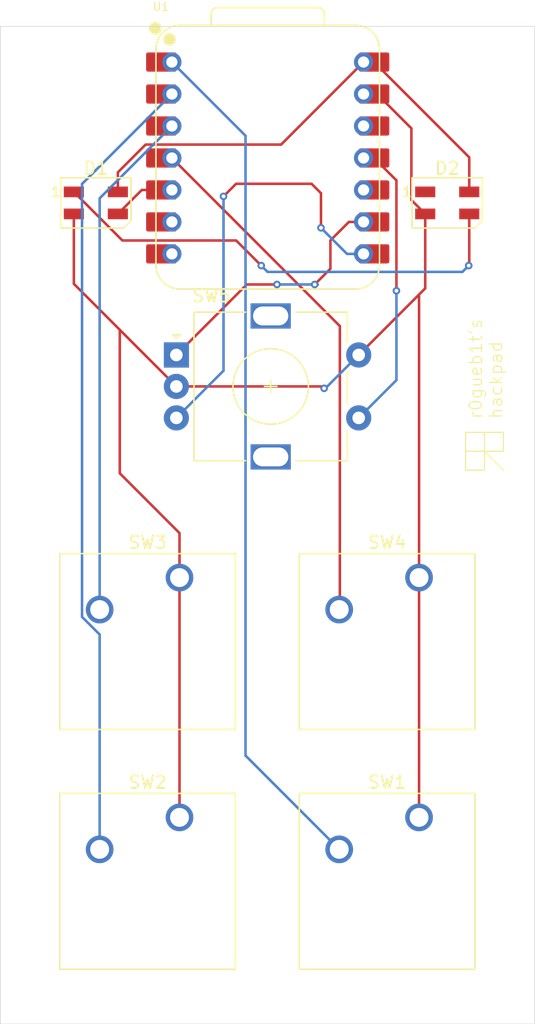
<source format=kicad_pcb>
(kicad_pcb (version 20241229) (generator "pcbnew") (generator_version "9.0")
  (layers (0 "F.Cu" signal) (2 "B.Cu" signal) (13 "F.Paste" user) (15 "B.Paste" user) (5 "F.SilkS" user "F.Silkscreen") (7 "B.SilkS" user "B.Silkscreen") (1 "F.Mask" user) (3 "B.Mask" user) (25 "Edge.Cuts" user))
  (net 0 "")
  (net 1 "+5V")
  (net 2 "Net-(D1-DOUT)")
  (net 3 "Net-(D1-DIN)")
  (net 4 "GND")
  (net 6 "Net-(U1-GPIO2{slash}SCK)")
  (net 7 "Net-(U1-GPIO1{slash}RX)")
  (net 8 "Net-(U1-GPIO26{slash}ADC0{slash}A0)")
  (net 9 "Net-(U1-GPIO3{slash}MOSI)")
  (net 11 "Net-(U1-GPIO27{slash}ADC1{slash}A1)")
  (net 13 "Net-(U1-GPIO28{slash}ADC2{slash}A2)")
  (net 15 "Net-(U1-GPIO29{slash}ADC3{slash}A3)")
  (footprint "Button_Switch_Keyboard:SW_Cherry_MX_1.00u_PCB" (layer "F.Cu") (at 151.75 109.5375)
    (property "Reference" "SW3" (at -2.54 -2.794 0) (layer "F.SilkS"))
    (property "Value" "SW_Push")
    (fp_line (start -9.525 -1.905) (end 4.445 -1.905) (stroke (width 0.12)) (layer "F.SilkS"))
    (fp_line (start -9.525 12.065) (end -9.525 -1.905) (stroke (width 0.12)) (layer "F.SilkS"))
    (fp_line (start 4.445 -1.905) (end 4.445 12.065) (stroke (width 0.12)) (layer "F.SilkS"))
    (fp_line (start 4.445 12.065) (end -9.525 12.065) (stroke (width 0.12)) (layer "F.SilkS"))
    (pad "" np_thru_hole circle (at -7.62 5.08) (size 1.7 1.7) (drill 1.7) (layers "*.Cu" "*.Mask"))
    (pad "" np_thru_hole circle (at -2.54 5.08) (size 4 4) (drill 4) (layers "*.Cu" "*.Mask"))
    (pad "" np_thru_hole circle (at 2.54 5.08) (size 1.7 1.7) (drill 1.7) (layers "*.Cu" "*.Mask"))
    (pad "1" thru_hole circle (at 0 0) (size 2.2 2.2) (drill 1.5) (layers "*.Cu" "*.Mask") (net 4 "GND"))
    (pad "2" thru_hole circle (at -6.35 2.54) (size 2.2 2.2) (drill 1.5) (layers "*.Cu" "*.Mask") (net 13 "Net-(U1-GPIO28{slash}ADC2{slash}A2)"))
  )
  (footprint "Rotary_Encoder:RotaryEncoder_Alps_EC11E-Switch_Vertical_H20mm" (layer "F.Cu") (at 151.5 91.85)
    (property "Reference" "SW5" (at 2.8 -4.7 0) (layer "F.SilkS"))
    (property "Value" "RotaryEncoder_Switch")
    (fp_line (start -0.3 -1.6) (end 0.3 -1.6) (stroke (width 0.12)) (layer "F.SilkS"))
    (fp_line (start 0 -1.3) (end -0.3 -1.6) (stroke (width 0.12)) (layer "F.SilkS"))
    (fp_line (start 0.3 -1.6) (end 0 -1.3) (stroke (width 0.12)) (layer "F.SilkS"))
    (fp_line (start 1.4 -3.4) (end 1.4 8.4) (stroke (width 0.12)) (layer "F.SilkS"))
    (fp_line (start 5.5 -3.4) (end 1.4 -3.4) (stroke (width 0.12)) (layer "F.SilkS"))
    (fp_line (start 5.5 8.4) (end 1.4 8.4) (stroke (width 0.12)) (layer "F.SilkS"))
    (fp_line (start 7 2.5) (end 8 2.5) (stroke (width 0.12)) (layer "F.SilkS"))
    (fp_line (start 7.5 2) (end 7.5 3) (stroke (width 0.12)) (layer "F.SilkS"))
    (fp_line (start 9.5 -3.4) (end 13.6 -3.4) (stroke (width 0.12)) (layer "F.SilkS"))
    (fp_line (start 13.6 -3.4) (end 13.6 -1) (stroke (width 0.12)) (layer "F.SilkS"))
    (fp_line (start 13.6 1.2) (end 13.6 3.8) (stroke (width 0.12)) (layer "F.SilkS"))
    (fp_line (start 13.6 6) (end 13.6 8.4) (stroke (width 0.12)) (layer "F.SilkS"))
    (fp_line (start 13.6 8.4) (end 9.5 8.4) (stroke (width 0.12)) (layer "F.SilkS"))
    (fp_circle (center 7.5 2.5) (end 10.5 2.5) (stroke (width 0.12)) (fill no) (layer "F.SilkS"))
    (pad "A" thru_hole rect (at 0 0) (size 2 2) (drill 1) (layers "*.Cu" "*.Mask") (net 6 "Net-(U1-GPIO2{slash}SCK)"))
    (pad "B" thru_hole circle (at 0 5) (size 2 2) (drill 1) (layers "*.Cu" "*.Mask") (net 7 "Net-(U1-GPIO1{slash}RX)"))
    (pad "C" thru_hole circle (at 0 2.5) (size 2 2) (drill 1) (layers "*.Cu" "*.Mask") (net 4 "GND"))
    (pad "MP" thru_hole rect (at 7.5 -3.1) (size 3.2 2) (drill oval 2.8 1.5) (layers "*.Cu" "*.Mask"))
    (pad "MP" thru_hole rect (at 7.5 8.1) (size 3.2 2) (drill oval 2.8 1.5) (layers "*.Cu" "*.Mask"))
    (pad "S1" thru_hole circle (at 14.5 5) (size 2 2) (drill 1) (layers "*.Cu" "*.Mask") (net 9 "Net-(U1-GPIO3{slash}MOSI)"))
    (pad "S2" thru_hole circle (at 14.5 0) (size 2 2) (drill 1) (layers "*.Cu" "*.Mask") (net 4 "GND"))
  )
  (footprint "Button_Switch_Keyboard:SW_Cherry_MX_1.00u_PCB" (layer "F.Cu") (at 170.8 128.5875)
    (property "Reference" "SW1" (at -2.54 -2.794 0) (layer "F.SilkS"))
    (property "Value" "SW_Push")
    (fp_line (start -9.525 -1.905) (end 4.445 -1.905) (stroke (width 0.12)) (layer "F.SilkS"))
    (fp_line (start -9.525 12.065) (end -9.525 -1.905) (stroke (width 0.12)) (layer "F.SilkS"))
    (fp_line (start 4.445 -1.905) (end 4.445 12.065) (stroke (width 0.12)) (layer "F.SilkS"))
    (fp_line (start 4.445 12.065) (end -9.525 12.065) (stroke (width 0.12)) (layer "F.SilkS"))
    (pad "" np_thru_hole circle (at -7.62 5.08) (size 1.7 1.7) (drill 1.7) (layers "*.Cu" "*.Mask"))
    (pad "" np_thru_hole circle (at -2.54 5.08) (size 4 4) (drill 4) (layers "*.Cu" "*.Mask"))
    (pad "" np_thru_hole circle (at 2.54 5.08) (size 1.7 1.7) (drill 1.7) (layers "*.Cu" "*.Mask"))
    (pad "1" thru_hole circle (at 0 0) (size 2.2 2.2) (drill 1.5) (layers "*.Cu" "*.Mask") (net 4 "GND"))
    (pad "2" thru_hole circle (at -6.35 2.54) (size 2.2 2.2) (drill 1.5) (layers "*.Cu" "*.Mask") (net 8 "Net-(U1-GPIO26{slash}ADC0{slash}A0)"))
  )
  (footprint "Button_Switch_Keyboard:SW_Cherry_MX_1.00u_PCB" (layer "F.Cu") (at 170.8 109.5375)
    (property "Reference" "SW4" (at -2.54 -2.794 0) (layer "F.SilkS"))
    (property "Value" "SW_Push")
    (fp_line (start -9.525 -1.905) (end 4.445 -1.905) (stroke (width 0.12)) (layer "F.SilkS"))
    (fp_line (start -9.525 12.065) (end -9.525 -1.905) (stroke (width 0.12)) (layer "F.SilkS"))
    (fp_line (start 4.445 -1.905) (end 4.445 12.065) (stroke (width 0.12)) (layer "F.SilkS"))
    (fp_line (start 4.445 12.065) (end -9.525 12.065) (stroke (width 0.12)) (layer "F.SilkS"))
    (pad "" np_thru_hole circle (at -7.62 5.08) (size 1.7 1.7) (drill 1.7) (layers "*.Cu" "*.Mask"))
    (pad "" np_thru_hole circle (at -2.54 5.08) (size 4 4) (drill 4) (layers "*.Cu" "*.Mask"))
    (pad "" np_thru_hole circle (at 2.54 5.08) (size 1.7 1.7) (drill 1.7) (layers "*.Cu" "*.Mask"))
    (pad "1" thru_hole circle (at 0 0) (size 2.2 2.2) (drill 1.5) (layers "*.Cu" "*.Mask") (net 4 "GND"))
    (pad "2" thru_hole circle (at -6.35 2.54) (size 2.2 2.2) (drill 1.5) (layers "*.Cu" "*.Mask") (net 15 "Net-(U1-GPIO29{slash}ADC3{slash}A3)"))
  )
  (footprint "Button_Switch_Keyboard:SW_Cherry_MX_1.00u_PCB" (layer "F.Cu") (at 151.75 128.5875)
    (property "Reference" "SW2" (at -2.54 -2.794 0) (layer "F.SilkS"))
    (property "Value" "SW_Push")
    (fp_line (start -9.525 -1.905) (end 4.445 -1.905) (stroke (width 0.12)) (layer "F.SilkS"))
    (fp_line (start -9.525 12.065) (end -9.525 -1.905) (stroke (width 0.12)) (layer "F.SilkS"))
    (fp_line (start 4.445 -1.905) (end 4.445 12.065) (stroke (width 0.12)) (layer "F.SilkS"))
    (fp_line (start 4.445 12.065) (end -9.525 12.065) (stroke (width 0.12)) (layer "F.SilkS"))
    (pad "" np_thru_hole circle (at -7.62 5.08) (size 1.7 1.7) (drill 1.7) (layers "*.Cu" "*.Mask"))
    (pad "" np_thru_hole circle (at -2.54 5.08) (size 4 4) (drill 4) (layers "*.Cu" "*.Mask"))
    (pad "" np_thru_hole circle (at 2.54 5.08) (size 1.7 1.7) (drill 1.7) (layers "*.Cu" "*.Mask"))
    (pad "1" thru_hole circle (at 0 0) (size 2.2 2.2) (drill 1.5) (layers "*.Cu" "*.Mask") (net 4 "GND"))
    (pad "2" thru_hole circle (at -6.35 2.54) (size 2.2 2.2) (drill 1.5) (layers "*.Cu" "*.Mask") (net 11 "Net-(U1-GPIO27{slash}ADC1{slash}A1)"))
  )
  (footprint "LED_SMD:LED_SK6812MINI_PLCC4_3.5x3.5mm_P1.75mm" (layer "F.Cu") (at 173.04125 79.77)
    (property "Reference" "D2" (at 0 -2.75 0) (layer "F.SilkS"))
    (property "Value" "SK6812MINI")
    (fp_line (start -2.8 -2) (end -2.8 2) (stroke (width 0.12)) (layer "F.SilkS"))
    (fp_line (start -2.8 -2) (end 2.8 -2) (stroke (width 0.12)) (layer "F.SilkS"))
    (fp_line (start -2.8 2) (end 2.2 2) (stroke (width 0.12)) (layer "F.SilkS"))
    (fp_line (start 2.8 1.4) (end 2.2 2) (stroke (width 0.12)) (layer "F.SilkS"))
    (fp_line (start 2.8 1.4) (end 2.8 -2) (stroke (width 0.12)) (layer "F.SilkS"))
    (fp_text user "1" (at -3.2 -0.875 0) (layer "F.SilkS") (effects (font (size 0.8 0.8))))
    (pad "1" smd rect (at -1.75 -0.875) (size 1.6 0.85) (layers "F.Cu" "F.Mask" "F.Paste"))
    (pad "2" smd rect (at -1.75 0.875) (size 1.6 0.85) (layers "F.Cu" "F.Mask" "F.Paste") (net 4 "GND"))
    (pad "3" smd rect (at 1.75 0.875) (size 1.6 0.85) (layers "F.Cu" "F.Mask" "F.Paste") (net 2 "Net-(D1-DOUT)"))
    (pad "4" smd rect (at 1.75 -0.875) (size 1.6 0.85) (layers "F.Cu" "F.Mask" "F.Paste") (net 1 "+5V"))
  )
  (footprint "OPL:XIAO-RP2040-DIP" (layer "F.Cu") (at 158.76475 76.2)
    (property "Reference" "U1" (at -8.5 -12 0) (layer "F.SilkS") (effects (font (size 0.635 0.635) (thickness 0.1016))))
    (property "Value" "XIAO-RP2040-DIP")
    (fp_line (start -8.89 8.509) (end -8.89 -8.636) (stroke (width 0.127)) (layer "F.SilkS"))
    (fp_line (start -6.985 10.414) (end 6.985 10.414) (stroke (width 0.127)) (layer "F.SilkS"))
    (fp_line (start -4.495 -10.541) (end -4.491272 -11.451272) (stroke (width 0.127)) (layer "F.SilkS"))
    (fp_line (start -3.991272 -11.951) (end 4.004 -11.951) (stroke (width 0.127)) (layer "F.SilkS"))
    (fp_line (start 4.504 -11.451) (end 4.504 -10.541) (stroke (width 0.127)) (layer "F.SilkS"))
    (fp_line (start 6.985 -10.541) (end -6.985 -10.541) (stroke (width 0.1)) (layer "F.SilkS"))
    (fp_line (start 6.985 -10.541) (end -6.985 -10.541) (stroke (width 0.127)) (layer "F.SilkS"))
    (fp_line (start 8.89 8.509) (end 8.89 -8.636) (stroke (width 0.127)) (layer "F.SilkS"))
    (fp_arc (start -8.89 -8.636) (mid -8.332038 -9.983038) (end -6.985 -10.541) (stroke (width 0.127)) (layer "F.SilkS"))
    (fp_arc (start -6.985 10.414) (mid -8.332038 9.856038) (end -8.89 8.509) (stroke (width 0.127)) (layer "F.SilkS"))
    (fp_arc (start -4.491272 -11.451272) (mid -4.344728 -11.80464) (end -3.991272 -11.951) (stroke (width 0.127)) (layer "F.SilkS"))
    (fp_arc (start 4.004 -11.951) (mid 4.357553 -11.804553) (end 4.504 -11.451) (stroke (width 0.127)) (layer "F.SilkS"))
    (fp_arc (start 6.985 -10.541) (mid 8.332038 -9.983038) (end 8.89 -8.636) (stroke (width 0.127)) (layer "F.SilkS"))
    (fp_arc (start 8.89 8.509) (mid 8.332038 9.856038) (end 6.985 10.414) (stroke (width 0.127)) (layer "F.SilkS"))
    (fp_circle (center -8.95 -10.3) (end -8.95 -10.554) (stroke (width 0.5)) (fill yes) (layer "F.SilkS"))
    (fp_circle (center -7.807 -9.42) (end -7.807 -9.674) (stroke (width 0.5)) (fill yes) (layer "F.SilkS"))
    (pad "1" smd roundrect (at -8.455 -7.62 180) (size 2.432 1.524) (layers "F.Cu" "F.Mask") (roundrect_rratio 0.1) (net 8 "Net-(U1-GPIO26{slash}ADC0{slash}A0)"))
    (pad "1" thru_hole circle (at -7.62 -7.62 180) (size 1.524 1.524) (drill 0.889) (layers "*.Cu" "*.Mask") (net 8 "Net-(U1-GPIO26{slash}ADC0{slash}A0)"))
    (pad "2" smd roundrect (at -8.455 -5.08 180) (size 2.432 1.524) (layers "F.Cu" "F.Mask") (roundrect_rratio 0.1) (net 11 "Net-(U1-GPIO27{slash}ADC1{slash}A1)"))
    (pad "2" thru_hole circle (at -7.62 -5.08 180) (size 1.524 1.524) (drill 0.889) (layers "*.Cu" "*.Mask") (net 11 "Net-(U1-GPIO27{slash}ADC1{slash}A1)"))
    (pad "3" smd roundrect (at -8.455 -2.54 180) (size 2.432 1.524) (layers "F.Cu" "F.Mask") (roundrect_rratio 0.1) (net 13 "Net-(U1-GPIO28{slash}ADC2{slash}A2)"))
    (pad "3" thru_hole circle (at -7.62 -2.54 180) (size 1.524 1.524) (drill 0.889) (layers "*.Cu" "*.Mask") (net 13 "Net-(U1-GPIO28{slash}ADC2{slash}A2)"))
    (pad "4" smd roundrect (at -8.455 0 180) (size 2.432 1.524) (layers "F.Cu" "F.Mask") (roundrect_rratio 0.1) (net 15 "Net-(U1-GPIO29{slash}ADC3{slash}A3)"))
    (pad "4" thru_hole circle (at -7.62 0 180) (size 1.524 1.524) (drill 0.889) (layers "*.Cu" "*.Mask") (net 15 "Net-(U1-GPIO29{slash}ADC3{slash}A3)"))
    (pad "5" smd roundrect (at -8.455 2.54 180) (size 2.432 1.524) (layers "F.Cu" "F.Mask") (roundrect_rratio 0.1) (net 3 "Net-(D1-DIN)"))
    (pad "5" thru_hole circle (at -7.62 2.54 180) (size 1.524 1.524) (drill 0.889) (layers "*.Cu" "*.Mask") (net 3 "Net-(D1-DIN)"))
    (pad "6" smd roundrect (at -8.455 5.08 180) (size 2.432 1.524) (layers "F.Cu" "F.Mask") (roundrect_rratio 0.1))
    (pad "6" thru_hole circle (at -7.62 5.08 180) (size 1.524 1.524) (drill 0.889) (layers "*.Cu" "*.Mask"))
    (pad "7" smd roundrect (at -8.455 7.62 180) (size 2.432 1.524) (layers "F.Cu" "F.Mask") (roundrect_rratio 0.1))
    (pad "7" thru_hole circle (at -7.62 7.62 180) (size 1.524 1.524) (drill 0.889) (layers "*.Cu" "*.Mask"))
    (pad "8" thru_hole circle (at 7.62 7.62) (size 1.524 1.524) (drill 0.889) (layers "*.Cu" "*.Mask") (net 7 "Net-(U1-GPIO1{slash}RX)"))
    (pad "8" smd roundrect (at 8.455 7.62) (size 2.432 1.524) (layers "F.Cu" "F.Mask") (roundrect_rratio 0.1) (net 7 "Net-(U1-GPIO1{slash}RX)"))
    (pad "9" thru_hole circle (at 7.62 5.08) (size 1.524 1.524) (drill 0.889) (layers "*.Cu" "*.Mask") (net 6 "Net-(U1-GPIO2{slash}SCK)"))
    (pad "9" smd roundrect (at 8.455 5.08) (size 2.432 1.524) (layers "F.Cu" "F.Mask") (roundrect_rratio 0.1) (net 6 "Net-(U1-GPIO2{slash}SCK)"))
    (pad "10" thru_hole circle (at 7.62 2.54) (size 1.524 1.524) (drill 0.889) (layers "*.Cu" "*.Mask"))
    (pad "10" smd roundrect (at 8.455 2.54) (size 2.432 1.524) (layers "F.Cu" "F.Mask") (roundrect_rratio 0.1))
    (pad "11" thru_hole circle (at 7.62 0) (size 1.524 1.524) (drill 0.889) (layers "*.Cu" "*.Mask") (net 9 "Net-(U1-GPIO3{slash}MOSI)"))
    (pad "11" smd roundrect (at 8.455 0) (size 2.432 1.524) (layers "F.Cu" "F.Mask") (roundrect_rratio 0.1) (net 9 "Net-(U1-GPIO3{slash}MOSI)"))
    (pad "12" thru_hole circle (at 7.62 -2.54) (size 1.524 1.524) (drill 0.889) (layers "*.Cu" "*.Mask"))
    (pad "12" smd roundrect (at 8.455 -2.54) (size 2.432 1.524) (layers "F.Cu" "F.Mask") (roundrect_rratio 0.1))
    (pad "13" thru_hole circle (at 7.62 -5.08) (size 1.524 1.524) (drill 0.889) (layers "*.Cu" "*.Mask") (net 4 "GND"))
    (pad "13" smd roundrect (at 8.455 -5.08) (size 2.432 1.524) (layers "F.Cu" "F.Mask") (roundrect_rratio 0.1) (net 4 "GND"))
    (pad "14" thru_hole circle (at 7.62 -7.62) (size 1.524 1.524) (drill 0.889) (layers "*.Cu" "*.Mask") (net 1 "+5V"))
    (pad "14" smd roundrect (at 8.455 -7.62) (size 2.432 1.524) (layers "F.Cu" "F.Mask") (roundrect_rratio 0.1) (net 1 "+5V"))
  )
  (footprint "LED_SMD:LED_SK6812MINI_PLCC4_3.5x3.5mm_P1.75mm" (layer "F.Cu") (at 145.0975 79.77)
    (property "Reference" "D1" (at 0 -2.75 0) (layer "F.SilkS"))
    (property "Value" "SK6812MINI")
    (fp_line (start -2.8 -2) (end -2.8 2) (stroke (width 0.12)) (layer "F.SilkS"))
    (fp_line (start -2.8 -2) (end 2.8 -2) (stroke (width 0.12)) (layer "F.SilkS"))
    (fp_line (start -2.8 2) (end 2.2 2) (stroke (width 0.12)) (layer "F.SilkS"))
    (fp_line (start 2.8 1.4) (end 2.2 2) (stroke (width 0.12)) (layer "F.SilkS"))
    (fp_line (start 2.8 1.4) (end 2.8 -2) (stroke (width 0.12)) (layer "F.SilkS"))
    (fp_text user "1" (at -3.2 -0.875 0) (layer "F.SilkS") (effects (font (size 0.8 0.8))))
    (pad "1" smd rect (at -1.75 -0.875) (size 1.6 0.85) (layers "F.Cu" "F.Mask" "F.Paste") (net 2 "Net-(D1-DOUT)"))
    (pad "2" smd rect (at -1.75 0.875) (size 1.6 0.85) (layers "F.Cu" "F.Mask" "F.Paste") (net 4 "GND"))
    (pad "3" smd rect (at 1.75 0.875) (size 1.6 0.85) (layers "F.Cu" "F.Mask" "F.Paste") (net 3 "Net-(D1-DIN)"))
    (pad "4" smd rect (at 1.75 -0.875) (size 1.6 0.85) (layers "F.Cu" "F.Mask" "F.Paste") (net 1 "+5V"))
  )
  (gr_line (start 174.5 98) (end 177.5 98) (stroke (width 0.1)) (layer "F.SilkS"))
  (gr_line (start 177.5 98) (end 177.5 99.5) (stroke (width 0.1)) (layer "F.SilkS"))
  (gr_line (start 174.5 99.5) (end 177.5 99.5) (stroke (width 0.1)) (layer "F.SilkS"))
  (gr_line (start 174.5 101) (end 174.5 98) (stroke (width 0.1)) (layer "F.SilkS"))
  (gr_line (start 176 101) (end 174.5 101) (stroke (width 0.1)) (layer "F.SilkS"))
  (gr_line (start 176 98) (end 176 101) (stroke (width 0.1)) (layer "F.SilkS"))
  (gr_line (start 176 99.5) (end 177.5 101) (stroke (width 0.1)) (layer "F.SilkS"))
  (gr_line (start 177.5 99.5) (end 176 99.5) (stroke (width 0.1)) (layer "F.SilkS"))
  (gr_rect (start 137.5 65.75) (end 180 145) (stroke (width 0.05)) (fill no) (layer "Edge.Cuts"))
  (gr_text "r0gueb1t's \nhackpad" (at 177.5 97 90) (layer "F.SilkS") (effects (font (size 1 1) (thickness 0.1)) (justify left bottom)))
  (segment (start 174.79125 78.895) (end 174.79125 76.1515) (width 0.2) (layer "F.Cu") (net 1))
  (segment (start 174.79125 76.1515) (end 167.21975 68.58) (width 0.2) (layer "F.Cu") (net 1))
  (segment (start 166.38475 68.58) (end 159.82775 75.137) (width 0.2) (layer "F.Cu") (net 1))
  (segment (start 159.82775 75.137) (end 149.054124 75.137) (width 0.2) (layer "F.Cu") (net 1))
  (segment (start 146.8475 77.343624) (end 146.8475 78.895) (width 0.2) (layer "F.Cu") (net 1))
  (segment (start 149.054124 75.137) (end 146.8475 77.343624) (width 0.2) (layer "F.Cu") (net 1))
  (segment (start 174.75 84.75) (end 174.79125 84.70875) (width 0.2) (layer "F.Cu") (net 2))
  (segment (start 174.79125 84.70875) (end 174.79125 80.645) (width 0.2) (layer "F.Cu") (net 2))
  (segment (start 143.3475 78.895) (end 147.2095 82.757) (width 0.2) (layer "F.Cu") (net 2))
  (segment (start 156.257 82.757) (end 158.25 84.75) (width 0.2) (layer "F.Cu") (net 2))
  (segment (start 147.2095 82.757) (end 156.257 82.757) (width 0.2) (layer "F.Cu") (net 2))
  (via (at 158.25 84.75) (size 0.6) (drill 0.3) (layers "F.Cu" "B.Cu") (net 2))
  (via (at 174.75 84.75) (size 0.6) (drill 0.3) (layers "F.Cu" "B.Cu") (net 2))
  (segment (start 158.25 84.75) (end 158.75 85.25) (width 0.2) (layer "B.Cu") (net 2))
  (segment (start 173 85.25) (end 174.25 85.25) (width 0.2) (layer "B.Cu") (net 2))
  (segment (start 158.75 85.25) (end 173 85.25) (width 0.2) (layer "B.Cu") (net 2))
  (segment (start 174.25 85.25) (end 174.75 84.75) (width 0.2) (layer "B.Cu") (net 2))
  (segment (start 146.8475 80.645) (end 148.7525 78.74) (width 0.2) (layer "F.Cu") (net 3))
  (segment (start 148.7525 78.74) (end 151.14475 78.74) (width 0.2) (layer "F.Cu") (net 3))
  (segment (start 151.5 94.35) (end 163.1 94.35) (width 0.2) (layer "F.Cu") (net 4))
  (segment (start 151.75 128.5875) (end 151.75 109.5375) (width 0.2) (layer "F.Cu") (net 4))
  (segment (start 151.75 109.5375) (end 151.75 106) (width 0.2) (layer "F.Cu") (net 4))
  (segment (start 166 91.85) (end 170.8 87.05) (width 0.2) (layer "F.Cu") (net 4))
  (segment (start 170.19025 79.544) (end 170.19025 73.84787) (width 0.2) (layer "F.Cu") (net 4))
  (segment (start 167.46238 71.12) (end 166.38475 71.12) (width 0.2) (layer "F.Cu") (net 4))
  (segment (start 170.19025 73.84787) (end 167.46238 71.12) (width 0.2) (layer "F.Cu") (net 4))
  (segment (start 147 101.25) (end 147 89.85) (width 0.2) (layer "F.Cu") (net 4))
  (segment (start 171.29125 80.645) (end 170.19025 79.544) (width 0.2) (layer "F.Cu") (net 4))
  (segment (start 147 89.85) (end 143.3475 86.1975) (width 0.2) (layer "F.Cu") (net 4))
  (segment (start 163.1 94.35) (end 163.25 94.5) (width 0.2) (layer "F.Cu") (net 4))
  (segment (start 151.75 106) (end 147 101.25) (width 0.2) (layer "F.Cu") (net 4))
  (segment (start 151.5 94.35) (end 147 89.85) (width 0.2) (layer "F.Cu") (net 4))
  (segment (start 143.3475 86.1975) (end 143.3475 80.645) (width 0.2) (layer "F.Cu") (net 4))
  (segment (start 170.8 109.5375) (end 170.8 87.05) (width 0.2) (layer "F.Cu") (net 4))
  (segment (start 170.8 87.05) (end 171.29125 86.55875) (width 0.2) (layer "F.Cu") (net 4))
  (segment (start 170.8 128.5875) (end 170.8 109.5375) (width 0.2) (layer "F.Cu") (net 4))
  (segment (start 171.29125 86.55875) (end 171.29125 80.645) (width 0.2) (layer "F.Cu") (net 4))
  (via (at 163.25 94.5) (size 0.6) (drill 0.3) (layers "F.Cu" "B.Cu") (net 4))
  (segment (start 163.25 94.5) (end 163.35 94.5) (width 0.2) (layer "B.Cu") (net 4))
  (segment (start 163.35 94.5) (end 166 91.85) (width 0.2) (layer "B.Cu") (net 4))
  (segment (start 151.5 91.85) (end 157.1 86.25) (width 0.2) (layer "F.Cu") (net 6))
  (segment (start 157.1 86.25) (end 159.5 86.25) (width 0.2) (layer "F.Cu") (net 6))
  (segment (start 163.75 82.75) (end 165.22 81.28) (width 0.2) (layer "F.Cu") (net 6))
  (segment (start 165.22 81.28) (end 166.38475 81.28) (width 0.2) (layer "F.Cu") (net 6))
  (segment (start 162.5 86.25) (end 163.75 85) (width 0.2) (layer "F.Cu") (net 6))
  (segment (start 163.75 85) (end 163.75 82.75) (width 0.2) (layer "F.Cu") (net 6))
  (via (at 159.5 86.25) (size 0.6) (drill 0.3) (layers "F.Cu" "B.Cu") (net 6))
  (via (at 162.5 86.25) (size 0.6) (drill 0.3) (layers "F.Cu" "B.Cu") (net 6))
  (segment (start 162.75 86.25) (end 162.5 86.25) (width 0.2) (layer "B.Cu") (net 6))
  (segment (start 159.5 86.25) (end 162.75 86.25) (width 0.2) (layer "B.Cu") (net 6))
  (segment (start 156.25 78.25) (end 162.25 78.25) (width 0.2) (layer "F.Cu") (net 7))
  (segment (start 162.25 78.25) (end 163 79) (width 0.2) (layer "F.Cu") (net 7))
  (segment (start 155.25 79.25) (end 156.25 78.25) (width 0.2) (layer "F.Cu") (net 7))
  (segment (start 163 79) (end 163 81.75) (width 0.2) (layer "F.Cu") (net 7))
  (via (at 155.25 79.25) (size 0.6) (drill 0.3) (layers "F.Cu" "B.Cu") (net 7))
  (via (at 163 81.75) (size 0.6) (drill 0.3) (layers "F.Cu" "B.Cu") (net 7))
  (segment (start 155.25 93.1) (end 155.25 79.25) (width 0.2) (layer "B.Cu") (net 7))
  (segment (start 163 81.75) (end 165.07 83.82) (width 0.2) (layer "B.Cu") (net 7))
  (segment (start 165.07 83.82) (end 166.38475 83.82) (width 0.2) (layer "B.Cu") (net 7))
  (segment (start 151.5 96.85) (end 155.25 93.1) (width 0.2) (layer "B.Cu") (net 7))
  (segment (start 157 74.43525) (end 151.14475 68.58) (width 0.2) (layer "B.Cu") (net 8))
  (segment (start 164.45 131.1275) (end 157 123.6775) (width 0.2) (layer "B.Cu") (net 8))
  (segment (start 157 123.6775) (end 157 74.43525) (width 0.2) (layer "B.Cu") (net 8))
  (segment (start 169 86.75) (end 169 77.98025) (width 0.2) (layer "F.Cu") (net 9))
  (segment (start 169 77.98025) (end 167.21975 76.2) (width 0.2) (layer "F.Cu") (net 9))
  (via (at 169 86.75) (size 0.6) (drill 0.3) (layers "F.Cu" "B.Cu") (net 9))
  (segment (start 169 93.85) (end 169 86.75) (width 0.2) (layer "B.Cu") (net 9))
  (segment (start 166 96.85) (end 169 93.85) (width 0.2) (layer "B.Cu") (net 9))
  (segment (start 143.999 78.26575) (end 151.14475 71.12) (width 0.2) (layer "B.Cu") (net 11))
  (segment (start 143.999 112.657814) (end 143.999 78.26575) (width 0.2) (layer "B.Cu") (net 11))
  (segment (start 145.4 114.058814) (end 143.999 112.657814) (width 0.2) (layer "B.Cu") (net 11))
  (segment (start 145.4 131.1275) (end 145.4 114.058814) (width 0.2) (layer "B.Cu") (net 11))
  (segment (start 145.4 79.40475) (end 151.14475 73.66) (width 0.2) (layer "B.Cu") (net 13))
  (segment (start 145.4 112.0775) (end 145.4 79.40475) (width 0.2) (layer "B.Cu") (net 13))
  (segment (start 164.45 112.0775) (end 164.45 111.8) (width 0.2) (layer "F.Cu") (net 15))
  (segment (start 164.5 89.55525) (end 151.14475 76.2) (width 0.2) (layer "F.Cu") (net 15))
  (segment (start 164.5 111.75) (end 164.5 89.55525) (width 0.2) (layer "F.Cu") (net 15))
  (segment (start 164.45 111.8) (end 164.5 111.75) (width 0.2) (layer "F.Cu") (net 15))
)
</source>
